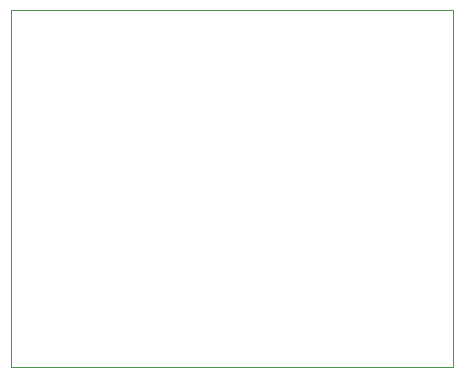
<source format=gbr>
%TF.GenerationSoftware,KiCad,Pcbnew,8.0.3*%
%TF.CreationDate,2025-03-04T21:36:17+03:00*%
%TF.ProjectId,5inch_dash_esp32s3,35696e63-685f-4646-9173-685f65737033,rev?*%
%TF.SameCoordinates,PX71969d0PY6c4a2b0*%
%TF.FileFunction,Profile,NP*%
%FSLAX46Y46*%
G04 Gerber Fmt 4.6, Leading zero omitted, Abs format (unit mm)*
G04 Created by KiCad (PCBNEW 8.0.3) date 2025-03-04 21:36:17*
%MOMM*%
%LPD*%
G01*
G04 APERTURE LIST*
%TA.AperFunction,Profile*%
%ADD10C,0.050000*%
%TD*%
G04 APERTURE END LIST*
D10*
X0Y30246000D02*
X37366000Y30246000D01*
X37366000Y0D01*
X0Y0D01*
X0Y30246000D01*
M02*

</source>
